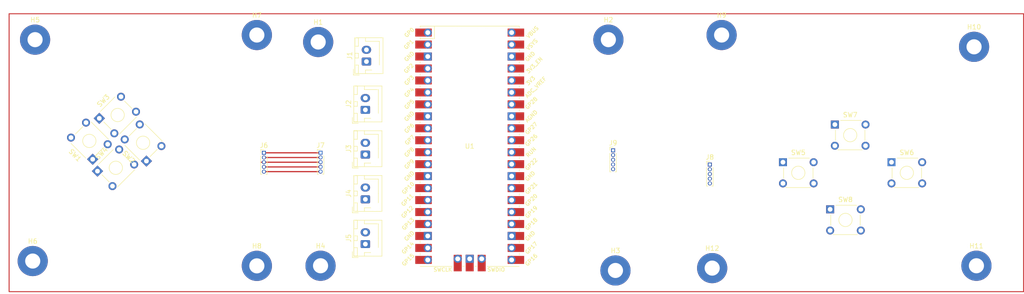
<source format=kicad_pcb>
(kicad_pcb (version 20221018) (generator pcbnew)
  (title_block (title "Pico Controller") (date "2023-09-23") (rev "0"))
  (layers (0 "F.Cu" signal) (31 "B.Cu" signal) (34 "B.Paste" user) (35 "F.Paste" user) (36 "B.SilkS" user "B.Silkscreen") (37 "F.SilkS" user "F.Silkscreen") (38 "B.Mask" user) (39 "F.Mask" user) (44 "Edge.Cuts" user))
  (net 0 "")
  (net 1 "B1")
  (net 2 "GND")
  (net 3 "B3")
  (net 4 "B4")
  (net 5 "I2C SDA")
  (net 6 "I2C SDL")
  (net 11 "D2")
  (net 12 "D3")
  (net 13 "D4")
  (net 14 "D5")
  (net 19 "D6")
  (net 20 "D7")
  (net 21 "D8")
  (net 35 "B2")
  (net 36 "D1")
  (footprint "MountingHole:MountingHole_3.2mm_M3_Pad" (layer "F.Cu") (at 112 121)
    (fp_text reference "H4" (at 0 -4.2) (layer "F.SilkS"))
    (fp_text value "MountingHole_Pad")
    (pad "1" thru_hole circle (at 0 0) (size 6.4 6.4) (drill 3.2) (layers "*.Cu" "*.Mask") (net 2 "GND"))
  )
  (footprint "Connector_JST:JST_XH_B2B-XH-AM_1x02_P2.50mm_Vertical" (layer "F.Cu") (at 121.5 106.9 90)
    (fp_text reference "J4" (at 1.25 -3.55 90) (layer "F.SilkS"))
    (fp_text value "Conn_01x02_Socket")
    (fp_line (start -2.85 -2.75) (end -2.85 -1.5) (stroke (width 0.12)) (layer "F.SilkS"))
    (fp_line (start -2.56 -2.46) (end -2.56 3.51) (stroke (width 0.12)) (layer "F.SilkS"))
    (fp_line (start -2.56 3.51) (end 5.06 3.51) (stroke (width 0.12)) (layer "F.SilkS"))
    (fp_line (start -2.55 -2.45) (end -2.55 -1.7) (stroke (width 0.12)) (layer "F.SilkS"))
    (fp_line (start -2.55 -1.7) (end -0.75 -1.7) (stroke (width 0.12)) (layer "F.SilkS"))
    (fp_line (start -2.55 -0.2) (end -1.8 -0.2) (stroke (width 0.12)) (layer "F.SilkS"))
    (fp_line (start -1.8 -0.2) (end -1.8 1.14) (stroke (width 0.12)) (layer "F.SilkS"))
    (fp_line (start -1.6 -2.75) (end -2.85 -2.75) (stroke (width 0.12)) (layer "F.SilkS"))
    (fp_line (start -0.75 -2.45) (end -2.55 -2.45) (stroke (width 0.12)) (layer "F.SilkS"))
    (fp_line (start -0.75 -1.7) (end -0.75 -2.45) (stroke (width 0.12)) (layer "F.SilkS"))
    (fp_line (start 0.75 -2.45) (end 0.75 -1.7) (stroke (width 0.12)) (layer "F.SilkS"))
    (fp_line (start 0.75 -1.7) (end 1.75 -1.7) (stroke (width 0.12)) (layer "F.SilkS"))
    (fp_line (start 1.25 2.75) (end -0.74 2.75) (stroke (width 0.12)) (layer "F.SilkS"))
    (fp_line (start 1.75 -2.45) (end 0.75 -2.45) (stroke (width 0.12)) (layer "F.SilkS"))
    (fp_line (start 1.75 -1.7) (end 1.75 -2.45) (stroke (width 0.12)) (layer "F.SilkS"))
    (fp_line (start 3.25 -2.45) (end 3.25 -1.7) (stroke (width 0.12)) (layer "F.SilkS"))
    (fp_line (start 3.25 -1.7) (end 5.05 -1.7) (stroke (width 0.12)) (layer "F.SilkS"))
    (fp_line (start 4.3 -0.2) (end 4.3 2.75) (stroke (width 0.12)) (layer "F.SilkS"))
    (fp_line (start 4.3 2.75) (end 1.25 2.75) (stroke (width 0.12)) (layer "F.SilkS"))
    (fp_line (start 5.05 -2.45) (end 3.25 -2.45) (stroke (width 0.12)) (layer "F.SilkS"))
    (fp_line (start 5.05 -1.7) (end 5.05 -2.45) (stroke (width 0.12)) (layer "F.SilkS"))
    (fp_line (start 5.05 -0.2) (end 4.3 -0.2) (stroke (width 0.12)) (layer "F.SilkS"))
    (fp_line (start 5.06 -2.46) (end -2.56 -2.46) (stroke (width 0.12)) (layer "F.SilkS"))
    (fp_line (start 5.06 3.51) (end 5.06 -2.46) (stroke (width 0.12)) (layer "F.SilkS"))
    (pad "" np_thru_hole circle (at -1.6 2 90) (size 1.2 1.2) (drill 1.2) (layers "*.Cu" "*.Mask"))
    (pad "1" thru_hole roundrect (at 0 0 90) (size 1.7 2) (drill 1) (layers "*.Cu" "*.Mask") (roundrect_rratio 0.147059) (net 4 "B4"))
    (pad "2" thru_hole oval (at 2.5 0 90) (size 1.7 2) (drill 1) (layers "*.Cu" "*.Mask") (net 2 "GND"))
  )
  (footprint "Button_Switch_THT:SW_TH_Tactile_Omron_B3F-10xx" (layer "F.Cu") (at 75.096194 98.778175 135)
    (fp_text reference "SW2" (at 3.25 -2.05 135) (layer "F.SilkS"))
    (fp_text value "SW_Push_Dual")
    (fp_line (start 0.13 3.4) (end 0.13 1.2) (stroke (width 0.12)) (layer "F.SilkS"))
    (fp_line (start 0.6 5.37) (end 5.8 5.37) (stroke (width 0.12)) (layer "F.SilkS"))
    (fp_line (start 1.2 -0.87) (end 5.6 -0.87) (stroke (width 0.12)) (layer "F.SilkS"))
    (fp_line (start 6.37 1.2) (end 6.37 3.4) (stroke (width 0.12)) (layer "F.SilkS"))
    (fp_circle (center 3.25 2.25) (end 4.25 3.25) (stroke (width 0.12)) (fill none) (layer "F.SilkS"))
    (pad "1" thru_hole rect (at 0 0 135) (size 1.7 1.7) (drill 1) (layers "*.Cu" "*.Mask") (net 11 "D2"))
    (pad "1" thru_hole circle (at 6.5 0 135) (size 1.7 1.7) (drill 1) (layers "*.Cu" "*.Mask") (net 11 "D2"))
    (pad "2" thru_hole circle (at 0 4.5 135) (size 1.7 1.7) (drill 1) (layers "*.Cu" "*.Mask") (net 2 "GND"))
    (pad "2" thru_hole circle (at 6.5 4.5 135) (size 1.7 1.7) (drill 1) (layers "*.Cu" "*.Mask") (net 2 "GND"))
  )
  (footprint "Connector_JST:JST_XH_B2B-XH-AM_1x02_P2.50mm_Vertical" (layer "F.Cu") (at 121.725 77.65 90)
    (fp_text reference "J1" (at 1.25 -3.55 90) (layer "F.SilkS"))
    (fp_text value "Conn_01x02_Socket")
    (fp_line (start -2.85 -2.75) (end -2.85 -1.5) (stroke (width 0.12)) (layer "F.SilkS"))
    (fp_line (start -2.56 -2.46) (end -2.56 3.51) (stroke (width 0.12)) (layer "F.SilkS"))
    (fp_line (start -2.56 3.51) (end 5.06 3.51) (stroke (width 0.12)) (layer "F.SilkS"))
    (fp_line (start -2.55 -2.45) (end -2.55 -1.7) (stroke (width 0.12)) (layer "F.SilkS"))
    (fp_line (start -2.55 -1.7) (end -0.75 -1.7) (stroke (width 0.12)) (layer "F.SilkS"))
    (fp_line (start -2.55 -0.2) (end -1.8 -0.2) (stroke (width 0.12)) (layer "F.SilkS"))
    (fp_line (start -1.8 -0.2) (end -1.8 1.14) (stroke (width 0.12)) (layer "F.SilkS"))
    (fp_line (start -1.6 -2.75) (end -2.85 -2.75) (stroke (width 0.12)) (layer "F.SilkS"))
    (fp_line (start -0.75 -2.45) (end -2.55 -2.45) (stroke (width 0.12)) (layer "F.SilkS"))
    (fp_line (start -0.75 -1.7) (end -0.75 -2.45) (stroke (width 0.12)) (layer "F.SilkS"))
    (fp_line (start 0.75 -2.45) (end 0.75 -1.7) (stroke (width 0.12)) (layer "F.SilkS"))
    (fp_line (start 0.75 -1.7) (end 1.75 -1.7) (stroke (width 0.12)) (layer "F.SilkS"))
    (fp_line (start 1.25 2.75) (end -0.74 2.75) (stroke (width 0.12)) (layer "F.SilkS"))
    (fp_line (start 1.75 -2.45) (end 0.75 -2.45) (stroke (width 0.12)) (layer "F.SilkS"))
    (fp_line (start 1.75 -1.7) (end 1.75 -2.45) (stroke (width 0.12)) (layer "F.SilkS"))
    (fp_line (start 3.25 -2.45) (end 3.25 -1.7) (stroke (width 0.12)) (layer "F.SilkS"))
    (fp_line (start 3.25 -1.7) (end 5.05 -1.7) (stroke (width 0.12)) (layer "F.SilkS"))
    (fp_line (start 4.3 -0.2) (end 4.3 2.75) (stroke (width 0.12)) (layer "F.SilkS"))
    (fp_line (start 4.3 2.75) (end 1.25 2.75) (stroke (width 0.12)) (layer "F.SilkS"))
    (fp_line (start 5.05 -2.45) (end 3.25 -2.45) (stroke (width 0.12)) (layer "F.SilkS"))
    (fp_line (start 5.05 -1.7) (end 5.05 -2.45) (stroke (width 0.12)) (layer "F.SilkS"))
    (fp_line (start 5.05 -0.2) (end 4.3 -0.2) (stroke (width 0.12)) (layer "F.SilkS"))
    (fp_line (start 5.06 -2.46) (end -2.56 -2.46) (stroke (width 0.12)) (layer "F.SilkS"))
    (fp_line (start 5.06 3.51) (end 5.06 -2.46) (stroke (width 0.12)) (layer "F.SilkS"))
    (pad "" np_thru_hole circle (at -1.6 2 90) (size 1.2 1.2) (drill 1.2) (layers "*.Cu" "*.Mask"))
    (pad "1" thru_hole roundrect (at 0 0 90) (size 1.7 2) (drill 1) (layers "*.Cu" "*.Mask") (roundrect_rratio 0.147059) (net 1 "B1"))
    (pad "2" thru_hole oval (at 2.5 0 90) (size 1.7 2) (drill 1) (layers "*.Cu" "*.Mask") (net 2 "GND"))
  )
  (footprint "Connector_PinHeader_1.00mm:PinHeader_1x05_P1.00mm_Vertical" (layer "F.Cu") (at 174 96.5)
    (fp_text reference "J9" (at 0 -1.56) (layer "F.SilkS"))
    (fp_text value "Conn_01x05_Socket")
    (fp_line (start -0.695 -0.685) (end 0 -0.685) (stroke (width 0.12)) (layer "F.SilkS"))
    (fp_line (start -0.695 0) (end -0.695 -0.685) (stroke (width 0.12)) (layer "F.SilkS"))
    (fp_line (start -0.695 0.685) (end -0.695 4.56) (stroke (width 0.12)) (layer "F.SilkS"))
    (fp_line (start -0.695 0.685) (end -0.608276 0.685) (stroke (width 0.12)) (layer "F.SilkS"))
    (fp_line (start -0.695 4.56) (end -0.394493 4.56) (stroke (width 0.12)) (layer "F.SilkS"))
    (fp_line (start 0.394493 4.56) (end 0.695 4.56) (stroke (width 0.12)) (layer "F.SilkS"))
    (fp_line (start 0.608276 0.685) (end 0.695 0.685) (stroke (width 0.12)) (layer "F.SilkS"))
    (fp_line (start 0.695 0.685) (end 0.695 4.56) (stroke (width 0.12)) (layer "F.SilkS"))
    (pad "1" thru_hole rect (at 0 0) (size 0.85 0.85) (drill 0.5) (layers "*.Cu" "*.Mask") (net 14 "D5"))
    (pad "2" thru_hole oval (at 0 1) (size 0.85 0.85) (drill 0.5) (layers "*.Cu" "*.Mask") (net 19 "D6"))
    (pad "3" thru_hole oval (at 0 2) (size 0.85 0.85) (drill 0.5) (layers "*.Cu" "*.Mask") (net 20 "D7"))
    (pad "4" thru_hole oval (at 0 3) (size 0.85 0.85) (drill 0.5) (layers "*.Cu" "*.Mask") (net 21 "D8"))
    (pad "5" thru_hole oval (at 0 4) (size 0.85 0.85) (drill 0.5) (layers "*.Cu" "*.Mask") (net 2 "GND"))
  )
  (footprint "Connector_PinHeader_1.00mm:PinHeader_1x05_P1.00mm_Vertical" (layer "F.Cu") (at 194.5 99.52)
    (fp_text reference "J8" (at 0 -1.56) (layer "F.SilkS"))
    (fp_text value "Conn_01x05_Socket")
    (fp_line (start -0.695 -0.685) (end 0 -0.685) (stroke (width 0.12)) (layer "F.SilkS"))
    (fp_line (start -0.695 0) (end -0.695 -0.685) (stroke (width 0.12)) (layer "F.SilkS"))
    (fp_line (start -0.695 0.685) (end -0.695 4.56) (stroke (width 0.12)) (layer "F.SilkS"))
    (fp_line (start -0.695 0.685) (end -0.608276 0.685) (stroke (width 0.12)) (layer "F.SilkS"))
    (fp_line (start -0.695 4.56) (end -0.394493 4.56) (stroke (width 0.12)) (layer "F.SilkS"))
    (fp_line (start 0.394493 4.56) (end 0.695 4.56) (stroke (width 0.12)) (layer "F.SilkS"))
    (fp_line (start 0.608276 0.685) (end 0.695 0.685) (stroke (width 0.12)) (layer "F.SilkS"))
    (fp_line (start 0.695 0.685) (end 0.695 4.56) (stroke (width 0.12)) (layer "F.SilkS"))
    (pad "1" thru_hole rect (at 0 0) (size 0.85 0.85) (drill 0.5) (layers "*.Cu" "*.Mask") (net 14 "D5"))
    (pad "2" thru_hole oval (at 0 1) (size 0.85 0.85) (drill 0.5) (layers "*.Cu" "*.Mask") (net 19 "D6"))
    (pad "3" thru_hole oval (at 0 2) (size 0.85 0.85) (drill 0.5) (layers "*.Cu" "*.Mask") (net 20 "D7"))
    (pad "4" thru_hole oval (at 0 3) (size 0.85 0.85) (drill 0.5) (layers "*.Cu" "*.Mask") (net 21 "D8"))
    (pad "5" thru_hole oval (at 0 4) (size 0.85 0.85) (drill 0.5) (layers "*.Cu" "*.Mask") (net 2 "GND"))
  )
  (footprint "Connector_PinHeader_1.00mm:PinHeader_1x05_P1.00mm_Vertical" (layer "F.Cu") (at 112 97)
    (fp_text reference "J7" (at 0 -1.56) (layer "F.SilkS"))
    (fp_text value "Conn_01x05_Socket")
    (fp_line (start -0.695 -0.685) (end 0 -0.685) (stroke (width 0.12)) (layer "F.SilkS"))
    (fp_line (start -0.695 0) (end -0.695 -0.685) (stroke (width 0.12)) (layer "F.SilkS"))
    (fp_line (start -0.695 0.685) (end -0.695 4.56) (stroke (width 0.12)) (layer "F.SilkS"))
    (fp_line (start -0.695 0.685) (end -0.608276 0.685) (stroke (width 0.12)) (layer "F.SilkS"))
    (fp_line (start -0.695 4.56) (end -0.394493 4.56) (stroke (width 0.12)) (layer "F.SilkS"))
    (fp_line (start 0.394493 4.56) (end 0.695 4.56) (stroke (width 0.12)) (layer "F.SilkS"))
    (fp_line (start 0.608276 0.685) (end 0.695 0.685) (stroke (width 0.12)) (layer "F.SilkS"))
    (fp_line (start 0.695 0.685) (end 0.695 4.56) (stroke (width 0.12)) (layer "F.SilkS"))
    (pad "1" thru_hole rect (at 0 0) (size 0.85 0.85) (drill 0.5) (layers "*.Cu" "*.Mask") (net 36 "D1"))
    (pad "2" thru_hole oval (at 0 1) (size 0.85 0.85) (drill 0.5) (layers "*.Cu" "*.Mask") (net 11 "D2"))
    (pad "3" thru_hole oval (at 0 2) (size 0.85 0.85) (drill 0.5) (layers "*.Cu" "*.Mask") (net 12 "D3"))
    (pad "4" thru_hole oval (at 0 3) (size 0.85 0.85) (drill 0.5) (layers "*.Cu" "*.Mask") (net 13 "D4"))
    (pad "5" thru_hole oval (at 0 4) (size 0.85 0.85) (drill 0.5) (layers "*.Cu" "*.Mask") (net 2 "GND"))
  )
  (footprint "Button_Switch_THT:SW_TH_Tactile_Omron_B3F-10xx" (layer "F.Cu") (at 64.721825 100.914214 45)
    (fp_text reference "SW4" (at 3.25 -2.05 45) (layer "F.SilkS"))
    (fp_text value "SW_Push_Dual")
    (fp_line (start 0.13 3.4) (end 0.13 1.2) (stroke (width 0.12)) (layer "F.SilkS"))
    (fp_line (start 0.6 5.37) (end 5.8 5.37) (stroke (width 0.12)) (layer "F.SilkS"))
    (fp_line (start 1.2 -0.87) (end 5.6 -0.87) (stroke (width 0.12)) (layer "F.SilkS"))
    (fp_line (start 6.37 1.2) (end 6.37 3.4) (stroke (width 0.12)) (layer "F.SilkS"))
    (fp_circle (center 3.25 2.25) (end 4.25 3.25) (stroke (width 0.12)) (fill none) (layer "F.SilkS"))
    (pad "1" thru_hole rect (at 0 0 45) (size 1.7 1.7) (drill 1) (layers "*.Cu" "*.Mask") (net 13 "D4"))
    (pad "1" thru_hole circle (at 6.5 0 45) (size 1.7 1.7) (drill 1) (layers "*.Cu" "*.Mask") (net 13 "D4"))
    (pad "2" thru_hole circle (at 0 4.5 45) (size 1.7 1.7) (drill 1) (layers "*.Cu" "*.Mask") (net 2 "GND"))
    (pad "2" thru_hole circle (at 6.5 4.5 45) (size 1.7 1.7) (drill 1) (layers "*.Cu" "*.Mask") (net 2 "GND"))
  )
  (footprint "Button_Switch_THT:SW_TH_Tactile_Omron_B3F-10xx" (layer "F.Cu") (at 233 99.02)
    (fp_text reference "SW6" (at 3.25 -2.05) (layer "F.SilkS"))
    (fp_text value "SW_Push_Dual")
    (fp_line (start 0.13 3.4) (end 0.13 1.2) (stroke (width 0.12)) (layer "F.SilkS"))
    (fp_line (start 0.6 5.37) (end 5.8 5.37) (stroke (width 0.12)) (layer "F.SilkS"))
    (fp_line (start 1.2 -0.87) (end 5.6 -0.87) (stroke (width 0.12)) (layer "F.SilkS"))
    (fp_line (start 6.37 1.2) (end 6.37 3.4) (stroke (width 0.12)) (layer "F.SilkS"))
    (fp_circle (center 3.25 2.25) (end 4.25 3.25) (stroke (width 0.12)) (fill none) (layer "F.SilkS"))
    (pad "1" thru_hole rect (at 0 0) (size 1.7 1.7) (drill 1) (layers "*.Cu" "*.Mask") (net 19 "D6"))
    (pad "1" thru_hole circle (at 6.5 0) (size 1.7 1.7) (drill 1) (layers "*.Cu" "*.Mask") (net 19 "D6"))
    (pad "2" thru_hole circle (at 0 4.5) (size 1.7 1.7) (drill 1) (layers "*.Cu" "*.Mask") (net 2 "GND"))
    (pad "2" thru_hole circle (at 6.5 4.5) (size 1.7 1.7) (drill 1) (layers "*.Cu" "*.Mask") (net 2 "GND"))
  )
  (footprint "MountingHole:MountingHole_3.2mm_M3_Pad" (layer "F.Cu") (at 98.5 72.02)
    (fp_text reference "H7" (at 0 -4.2) (layer "F.SilkS"))
    (fp_text value "MountingHole_Pad")
    (pad "1" thru_hole circle (at 0 0) (size 6.4 6.4) (drill 3.2) (layers "*.Cu" "*.Mask") (net 2 "GND"))
  )
  (footprint "Button_Switch_THT:SW_TH_Tactile_Omron_B3F-10xx" (layer "F.Cu") (at 65.110913 89.707107 45)
    (fp_text reference "SW3" (at 3.25 -2.05 45) (layer "F.SilkS"))
    (fp_text value "SW_Push_Dual")
    (fp_line (start 0.13 3.4) (end 0.13 1.2) (stroke (width 0.12)) (layer "F.SilkS"))
    (fp_line (start 0.6 5.37) (end 5.8 5.37) (stroke (width 0.12)) (layer "F.SilkS"))
    (fp_line (start 1.2 -0.87) (end 5.6 -0.87) (stroke (width 0.12)) (layer "F.SilkS"))
    (fp_line (start 6.37 1.2) (end 6.37 3.4) (stroke (width 0.12)) (layer "F.SilkS"))
    (fp_circle (center 3.25 2.25) (end 4.25 3.25) (stroke (width 0.12)) (fill none) (layer "F.SilkS"))
    (pad "1" thru_hole rect (at 0 0 45) (size 1.7 1.7) (drill 1) (layers "*.Cu" "*.Mask") (net 12 "D3"))
    (pad "1" thru_hole circle (at 6.5 0 45) (size 1.7 1.7) (drill 1) (layers "*.Cu" "*.Mask") (net 12 "D3"))
    (pad "2" thru_hole circle (at 0 4.5 45) (size 1.7 1.7) (drill 1) (layers "*.Cu" "*.Mask") (net 2 "GND"))
    (pad "2" thru_hole circle (at 6.5 4.5 45) (size 1.7 1.7) (drill 1) (layers "*.Cu" "*.Mask") (net 2 "GND"))
  )
  (footprint "MountingHole:MountingHole_3.2mm_M3_Pad" (layer "F.Cu") (at 195 121.5)
    (fp_text reference "H12" (at 0 -4.2) (layer "F.SilkS"))
    (fp_text value "MountingHole_Pad")
    (pad "1" thru_hole circle (at 0 0) (size 6.4 6.4) (drill 3.2) (layers "*.Cu" "*.Mask") (net 2 "GND"))
  )
  (footprint "MountingHole:MountingHole_3.2mm_M3_Pad" (layer "F.Cu") (at 111.5 73.5)
    (fp_text reference "H1" (at 0 -4.2) (layer "F.SilkS"))
    (fp_text value "MountingHole_Pad")
    (pad "1" thru_hole circle (at 0 0) (size 6.4 6.4) (drill 3.2) (layers "*.Cu" "*.Mask") (net 2 "GND"))
  )
  (footprint "MCU_RaspberryPi_and_Boards:RPi_Pico_SMD_TH" (layer "F.Cu") (at 143.61 95.63)
    (fp_text reference "U1" (at 0 0) (layer "F.SilkS"))
    (fp_text value "Pico")
    (fp_text user "GP6" (at -12.8 -3.81 45) (layer "F.SilkS") (effects (font (size 0.8 0.8))))
    (fp_text user "GP13" (at -13.054 16.51 45) (layer "F.SilkS") (effects (font (size 0.8 0.8))))
    (fp_text user "3V3_EN" (at 13.7 -17.2 45) (layer "F.SilkS") (effects (font (size 0.8 0.8))))
    (fp_text user "GND" (at 12.8 19.05 45) (layer "F.SilkS") (effects (font (size 0.8 0.8))))
    (fp_text user "GP9" (at -12.8 3.81 45) (layer "F.SilkS") (effects (font (size 0.8 0.8))))
    (fp_text user "GP10" (at -13.054 8.89 45) (layer "F.SilkS") (effects (font (size 0.8 0.8))))
    (fp_text user "GP12" (at -13.2 13.97 45) (layer "F.SilkS") (effects (font (size 0.8 0.8))))
    (fp_text user "GP3" (at -12.8 -13.97 45) (layer "F.SilkS") (effects (font (size 0.8 0.8))))
    (fp_text user "RUN" (at 13 1.27 45) (layer "F.SilkS") (effects (font (size 0.8 0.8))))
    (fp_text user "GP0" (at -12.8 -24.13 45) (layer "F.SilkS") (effects (font (size 0.8 0.8))))
    (fp_text user "GP2" (at -12.9 -16.51 45) (layer "F.SilkS") (effects (font (size 0.8 0.8))))
    (fp_text user "GND" (at -12.8 -19.05 45) (layer "F.SilkS") (effects (font (size 0.8 0.8))))
    (fp_text user "GP7" (at -12.7 -1.3 45) (layer "F.SilkS") (effects (font (size 0.8 0.8))))
    (fp_text user "GP1" (at -12.9 -21.6 45) (layer "F.SilkS") (effects (font (size 0.8 0.8))))
    (fp_text user "VSYS" (at 13.2 -21.59 45) (layer "F.SilkS") (effects (font (size 0.8 0.8))))
    (fp_text user "GND" (at 12.8 6.35 45) (layer "F.SilkS") (effects (font (size 0.8 0.8))))
    (fp_text user "GP5" (at -12.8 -8.89 45) (layer "F.SilkS") (effects (font (size 0.8 0.8))))
    (fp_text user "GND" (at 12.8 -19.05 45) (layer "F.SilkS") (effects (font (size 0.8 0.8))))
    (fp_text user "VBUS" (at 13.3 -24.2 45) (layer "F.SilkS") (effects (font (size 0.8 0.8))))
    (fp_text user "GP22" (at 13.054 3.81 45) (layer "F.SilkS") (effects (font (size 0.8 0.8))))
    (fp_text user "GND" (at -12.8 6.35 45) (layer "F.SilkS") (effects (font (size 0.8 0.8))))
    (fp_text user "GP18" (at 13.054 16.51 45) (layer "F.SilkS") (effects (font (size 0.8 0.8))))
    (fp_text user "GP21" (at 13.054 8.9 45) (layer "F.SilkS") (effects (font (size 0.8 0.8))))
    (fp_text user "GP8" (at -12.8 1.27 45) (layer "F.SilkS") (effects (font (size 0.8 0.8))))
    (fp_text user "GP19" (at 13.054 13.97 45) (layer "F.SilkS") (effects (font (size 0.8 0.8))))
    (fp_text user "GP26" (at 13.054 -1.27 45) (layer "F.SilkS") (effects (font (size 0.8 0.8))))
    (fp_text user "3V3" (at 12.9 -13.9 45) (layer "F.SilkS") (effects (font (size 0.8 0.8))))
    (fp_text user "AGND" (at 13.054 -6.35 45) (layer "F.SilkS") (effects (font (size 0.8 0.8))))
    (fp_text user "GP11" (at -13.2 11.43 45) (layer "F.SilkS") (effects (font (size 0.8 0.8))))
    (fp_text user "GND" (at -12.8 19.05 45) (layer "F.SilkS") (effects (font (size 0.8 0.8))))
    (fp_text user "SWCLK" (at -5.7 26.2) (layer "F.SilkS") (effects (font (size 0.8 0.8))))
    (fp_text user "GP4" (at -12.8 -11.43 45) (layer "F.SilkS") (effects (font (size 0.8 0.8))))
    (fp_text user "GP16" (at 13.054 24.13 45) (layer "F.SilkS") (effects (font (size 0.8 0.8))))
    (fp_text user "ADC_VREF" (at 14 -12.5 45) (layer "F.SilkS") (effects (font (size 0.8 0.8))))
    (fp_text user "GP27" (at 13.054 -3.8 45) (layer "F.SilkS") (effects (font (size 0.8 0.8))))
    (fp_text user "GP20" (at 13.054 11.43 45) (layer "F.SilkS") (effects (font (size 0.8 0.8))))
    (fp_text user "GP14" (at -13.1 21.59 45) (layer "F.SilkS") (effects (font (size 0.8 0.8))))
    (fp_text user "GP15" (at -13.054 24.13 45) (layer "F.SilkS") (effects (font (size 0.8 0.8))))
    (fp_text user "GP28" (at 13.054 -9.144 45) (layer "F.SilkS") (effects (font (size 0.8 0.8))))
    (fp_text user "SWDIO" (at 5.6 26.2) (layer "F.SilkS") (effects (font (size 0.8 0.8))))
    (fp_text user "GP17" (at 13.054 21.59 45) (layer "F.SilkS") (effects (font (size 0.8 0.8))))
    (fp_text user "GND" (at -12.8 -6.35 45) (layer "F.SilkS") (effects (font (size 0.8 0.8))))
    (fp_line (start -10.5 -25.5) (end -10.5 -25.2) (stroke (width 0.12)) (layer "F.SilkS"))
    (fp_line (start -10.5 -25.5) (end 10.5 -25.5) (stroke (width 0.12)) (layer "F.SilkS"))
    (fp_line (start -10.5 -23.1) (end -10.5 -22.7) (stroke (width 0.12)) (layer "F.SilkS"))
    (fp_line (start -10.5 -22.833) (end -7.493 -22.833) (stroke (width 0.12)) (layer "F.SilkS"))
    (fp_line (start -10.5 -20.5) (end -10.5 -20.1) (stroke (width 0.12)) (layer "F.SilkS"))
    (fp_line (start -10.5 -18) (end -10.5 -17.6) (stroke (width 0.12)) (layer "F.SilkS"))
    (fp_line (start -10.5 -15.4) (end -10.5 -15) (stroke (width 0.12)) (layer "F.SilkS"))
    (fp_line (start -10.5 -12.9) (end -10.5 -12.5) (stroke (width 0.12)) (layer "F.SilkS"))
    (fp_line (start -10.5 -10.4) (end -10.5 -10) (stroke (width 0.12)) (layer "F.SilkS"))
    (fp_line (start -10.5 -7.8) (end -10.5 -7.4) (stroke (width 0.12)) (layer "F.SilkS"))
    (fp_line (start -10.5 -5.3) (end -10.5 -4.9) (stroke (width 0.12)) (layer "F.SilkS"))
    (fp_line (start -10.5 -2.7) (end -10.5 -2.3) (stroke (width 0.12)) (layer "F.SilkS"))
    (fp_line (start -10.5 -0.2) (end -10.5 0.2) (stroke (width 0.12)) (layer "F.SilkS"))
    (fp_line (start -10.5 2.3) (end -10.5 2.7) (stroke (width 0.12)) (layer "F.SilkS"))
    (fp_line (start -10.5 4.9) (end -10.5 5.3) (stroke (width 0.12)) (layer "F.SilkS"))
    (fp_line (start -10.5 7.4) (end -10.5 7.8) (stroke (width 0.12)) (layer "F.SilkS"))
    (fp_line (start -10.5 10) (end -10.5 10.4) (stroke (width 0.12)) (layer "F.SilkS"))
    (fp_line (start -10.5 12.5) (end -10.5 12.9) (stroke (width 0.12)) (layer "F.SilkS"))
    (fp_line (start -10.5 15.1) (end -10.5 15.5) (stroke (width 0.12)) (layer "F.SilkS"))
    (fp_line (start -10.5 17.6) (end -10.5 18) (stroke (width 0.12)) (layer "F.SilkS"))
    (fp_line (start -10.5 20.1) (end -10.5 20.5) (stroke (width 0.12)) (layer "F.SilkS"))
    (fp_line (start -10.5 22.7) (end -10.5 23.1) (stroke (width 0.12)) (layer "F.SilkS"))
    (fp_line (start -7.493 -22.833) (end -7.493 -25.5) (stroke (width 0.12)) (layer "F.SilkS"))
    (fp_line (start -3.7 25.5) (end -10.5 25.5) (stroke (width 0.12)) (layer "F.SilkS"))
    (fp_line (start -1.5 25.5) (end -1.1 25.5) (stroke (width 0.12)) (layer "F.SilkS"))
    (fp_line (start 1.1 25.5) (end 1.5 25.5) (stroke (width 0.12)) (layer "F.SilkS"))
    (fp_line (start 10.5 -25.5) (end 10.5 -25.2) (stroke (width 0.12)) (layer "F.SilkS"))
    (fp_line (start 10.5 -23.1) (end 10.5 -22.7) (stroke (width 0.12)) (layer "F.SilkS"))
    (fp_line (start 10.5 -20.5) (end 10.5 -20.1) (stroke (width 0.12)) (layer "F.SilkS"))
    (fp_line (start 10.5 -18) (end 10.5 -17.6) (stroke (width 0.12)) (layer "F.SilkS"))
    (fp_line (start 10.5 -15.4) (end 10.5 -15) (stroke (width 0.12)) (layer "F.SilkS"))
    (fp_line (start 10.5 -12.9) (end 10.5 -12.5) (stroke (width 0.12)) (layer "F.SilkS"))
    (fp_line (start 10.5 -10.4) (end 10.5 -10) (stroke (width 0.12)) (layer "F.SilkS"))
    (fp_line (start 10.5 -7.8) (end 10.5 -7.4) (stroke (width 0.12)) (layer "F.SilkS"))
    (fp_line (start 10.5 -5.3) (end 10.5 -4.9) (stroke (width 0.12)) (layer "F.SilkS"))
    (fp_line (start 10.5 -2.7) (end 10.5 -2.3) (stroke (width 0.12)) (layer "F.SilkS"))
    (fp_line (start 10.5 -0.2) (end 10.5 0.2) (stroke (width 0.12)) (layer "F.SilkS"))
    (fp_line (start 10.5 2.3) (end 10.5 2.7) (stroke (width 0.12)) (layer "F.SilkS"))
    (fp_line (start 10.5 4.9) (end 10.5 5.3) (stroke (width 0.12)) (layer "F.SilkS"))
    (fp_line (start 10.5 7.4) (end 10.5 7.8) (stroke (width 0.12)) (layer "F.SilkS"))
    (fp_line (start 10.5 10) (end 10.5 10.4) (stroke (width 0.12)) (layer "F.SilkS"))
    (fp_line (start 10.5 12.5) (end 10.5 12.9) (stroke (width 0.12)) (layer "F.SilkS"))
    (fp_line (start 10.5 15.1) (end 10.5 15.5) (stroke (width 0.12)) (layer "F.SilkS"))
    (fp_line (start 10.5 17.6) (end 10.5 18) (stroke (width 0.12)) (layer "F.SilkS"))
    (fp_line (start 10.5 20.1) (end 10.5 20.5) (stroke (width 0.12)) (layer "F.SilkS"))
    (fp_line (start 10.5 22.7) (end 10.5 23.1) (stroke (width 0.12)) (layer "F.SilkS"))
    (fp_line (start 10.5 25.5) (end 3.7 25.5) (stroke (width 0.12)) (layer "F.SilkS"))
    (pad "" np_thru_hole oval (at -2.725 -24) (size 1.8 1.8) (drill 1.8) (layers "*.Cu" "*.Mask"))
    (pad "" np_thru_hole oval (at -2.425 -20.97) (size 1.5 1.5) (drill 1.5) (layers "*.Cu" "*.Mask"))
    (pad "" np_thru_hole oval (at 2.425 -20.97) (size 1.5 1.5) (drill 1.5) (layers "*.Cu" "*.Mask"))
    (pad "" np_thru_hole oval (at 2.725 -24) (size 1.8 1.8) (drill 1.8) (layers "*.Cu" "*.Mask"))
    (pad "1" thru_hole oval (at -8.89 -24.13) (size 1.7 1.7) (drill 1.02) (layers "*.Cu" "*.Mask") (net 6 "I2C SDL"))
    (pad "1" smd rect (at -8.89 -24.13) (size 3.5 1.7) (drill (offset -0.9 0)) (layers "F.Cu" "F.Mask") (net 6 "I2C SDL"))
    (pad "2" thru_hole oval (at -8.89 -21.59) (size 1.7 1.7) (drill 1.02) (layers "*.Cu" "*.Mask") (net 5 "I2C SDA"))
    (pad "2" smd rect (at -8.89 -21.59) (size 3.5 1.7) (drill (offset -0.9 0)) (layers "F.Cu" "F.Mask") (net 5 "I2C SDA"))
    (pad "3" thru_hole rect (at -8.89 -19.05) (size 1.7 1.7) (drill 1.02) (layers "*.Cu" "*.Mask") (net 2 "GND"))
    (pad "3" smd rect (at -8.89 -19.05) (size 3.5 1.7) (drill (offset -0.9 0)) (layers "F.Cu" "F.Mask") (net 2 "GND"))
    (pad "4" thru_hole oval (at -8.89 -16.51) (size 1.7 1.7) (drill 1.02) (layers "*.Cu" "*.Mask") (net 1 "B1"))
    (pad "4" smd rect (at -8.89 -16.51) (size 3.5 1.7) (drill (offset -0.9 0)) (layers "F.Cu" "F.Mask") (net 1 "B1"))
    (pad "5" thru_hole oval (at -8.89 -13.97) (size 1.7 1.7) (drill 1.02) (layers "*.Cu" "*.Mask") (net 35 "B2"))
    (pad "5" smd rect (at -8.89 -13.97) (size 3.5 1.7) (drill (offset -0.9 0)) (layers "F.Cu" "F.Mask") (net 35 "B2"))
    (pad "6" thru_hole oval (at -8.89 -11.43) (size 1.7 1.7) (drill 1.02) (layers "*.Cu" "*.Mask") (net 3 "B3"))
    (pad "6" smd rect (at -8.89 -11.43) (size 3.5 1.7) (drill (offset -0.9 0)) (layers "F.Cu" "F.Mask") (net 3 "B3"))
    (pad "7" thru_hole oval (at -8.89 -8.89) (size 1.7 1.7) (drill 1.02) (layers "*.Cu" "*.Mask") (net 4 "B4"))
    (pad "7" smd rect (at -8.89 -8.89) (size 3.5 1.7) (drill (offset -0.9 0)) (layers "F.Cu" "F.Mask") (net 4 "B4"))
    (pad "8" thru_hole rect (at -8.89 -6.35) (size 1.7 1.7) (drill 1.02) (layers "*.Cu" "*.Mask") (net 2 "GND"))
    (pad "8" smd rect (at -8.89 -6.35) (size 3.5 1.7) (drill (offset -0.9 0)) (layers "F.Cu" "F.Mask") (net 2 "GND"))
    (pad "9" thru_hole oval (at -8.89 -3.81) (size 1.7 1.7) (drill 1.02) (layers "*.Cu" "*.Mask"))
    (pad "9" smd rect (at -8.89 -3.81) (size 3.5 1.7) (drill (offset -0.9 0)) (layers "F.Cu" "F.Mask"))
    (pad "10" thru_hole oval (at -8.89 -1.27) (size 1.7 1.7) (drill 1.02) (layers "*.Cu" "*.Mask"))
    (pad "10" smd rect (at -8.89 -1.27) (size 3.5 1.7) (drill (offset -0.9 0)) (layers "F.Cu" "F.Mask"))
    (pad "11" thru_hole oval (at -8.89 1.27) (size 1.7 1.7) (drill 1.02) (layers "*.Cu" "*.Mask"))
    (pad "11" smd rect (at -8.89 1.27) (size 3.5 1.7) (drill (offset -0.9 0)) (layers "F.Cu" "F.Mask"))
    (pad "12" thru_hole oval (at -8.89 3.81) (size 1.7 1.7) (drill 1.02) (layers "*.Cu" "*.Mask"))
    (pad "12" smd rect (at -8.89 3.81) (size 3.5 1.7) (drill (offset -0.9 0)) (layers "F.Cu" "F.Mask"))
    (pad "13" thru_hole rect (at -8.89 6.35) (size 1.7 1.7) (drill 1.02) (layers "*.Cu" "*.Mask") (net 2 "GND"))
    (pad "13" smd rect (at -8.89 6.35) (size 3.5 1.7) (drill (offset -0.9 0)) (layers "F.Cu" "F.Mask") (net 2 "GND"))
    (pad "14" thru_hole oval (at -8.89 8.89) (size 1.7 1.7) (drill 1.02) (layers "*.Cu" "*.Mask") (net 36 "D1"))
    (pad "14" smd rect (at -8.89 8.89) (size 3.5 1.7) (drill (offset -0.9 0)) (layers "F.Cu" "F.Mask") (net 36 "D1"))
    (pad "15" thru_hole oval (at -8.89 11.43) (size 1.7 1.7) (drill 1.02) (layers "*.Cu" "*.Mask") (net 11 "D2"))
    (pad "15" smd rect (at -8.89 11.43) (size 3.5 1.7) (drill (offset -0.9 0)) (layers "F.Cu" "F.Mask") (net 11 "D2"))
    (pad "16" thru_hole oval (at -8.89 13.97) (size 1.7 1.7) (drill 1.02) (layers "*.Cu" "*.Mask") (net 12 "D3"))
    (pad "16" smd rect (at -8.89 13.97) (size 3.5 1.7) (drill (offset -0.9 0)) (layers "F.Cu" "F.Mask") (net 12 "D3"))
    (pad "17" thru_hole oval (at -8.89 16.51) (size 1.7 1.7) (drill 1.02) (layers "*.Cu" "*.Mask") (net 13 "D4"))
    (pad "17" smd rect (at -8.89 16.51) (size 3.5 1.7) (drill (offset -0.9 0)) (layers "F.Cu" "F.Mask") (net 13 "D4"))
    (pad "18" thru_hole rect (at -8.89 19.05) (size 1.7 1.7) (drill 1.02) (layers "*.Cu" "*.Mask") (net 2 "GND"))
    (pad "18" smd rect (at -8.89 19.05) (size 3.5 1.7) (drill (offset -0.9 0)) (layers "F.Cu" "F.Mask") (net 2 "GND"))
    (pad "19" thru_hole oval (at -8.89 21.59) (size 1.7 1.7) (drill 1.02) (layers "*.Cu" "*.Mask"))
    (pad "19" smd rect (at -8.89 21.59) (size 3.5 1.7) (drill (offset -0.9 0)) (layers "F.Cu" "F.Mask"))
    (pad "20" thru_hole oval (at -8.89 24.13) (size 1.7 1.7) (drill 1.02) (layers "*.Cu" "*.Mask"))
    (pad "20" smd rect (at -8.89 24.13) (size 3.5 1.7) (drill (offset -0.9 0)) (layers "F.Cu" "F.Mask"))
    (pad "21" thru_hole oval (at 8.89 24.13) (size 1.7 1.7) (drill 1.02) (layers "*.Cu" "*.Mask"))
    (pad "21" smd rect (at 8.89 24.13) (size 3.5 1.7) (drill (offset 0.9 0)) (layers "F.Cu" "F.Mask"))
    (pad "22" thru_hole oval (at 8.89 21.59) (size 1.7 1.7) (drill 1.02) (layers "*.Cu" "*.Mask"))
    (pad "22" smd rect (at 8.89 21.59) (size 3.5 1.7) (drill (offset 0.9 0)) (layers "F.Cu" "F.Mask"))
    (pad "23" thru_hole rect (at 8.89 19.05) (size 1.7 1.7) (drill 1.02) (layers "*.Cu" "*.Mask") (net 2 "GND"))
    (pad "23" smd rect (at 8.89 19.05) (size 3.5 1.7) (drill (offset 0.9 0)) (layers "F.Cu" "F.Mask") (net 2 "GND"))
    (pad "24" thru_hole oval (at 8.89 16.51) (size 1.7 1.7) (drill 1.02) (layers "*.Cu" "*.Mask") (net 21 "D8"))
    (pad "24" smd rect (at 8.89 16.51) (size 3.5 1.7) (drill (offset 0.9 0)) (layers "F.Cu" "F.Mask") (net 21 "D8"))
    (pad "25" thru_hole oval (at 8.89 13.97) (size 1.7 1.7) (drill 1.02) (layers "*.Cu" "*.Mask") (net 20 "D7"))
    (pad "25" smd rect (at 8.89 13.97) (size 3.5 1.7) (drill (offset 0.9 0)) (layers "F.Cu" "F.Mask") (net 20 "D7"))
    (pad "26" thru_hole oval (at 8.89 11.43) (size 1.7 1.7) (drill 1.02) (layers "*.Cu" "*.Mask") (net 19 "D6"))
    (pad "26" smd rect (at 8.89 11.43) (size 3.5 1.7) (drill (offset 0.9 0)) (layers "F.Cu" "F.Mask") (net 19 "D6"))
    (pad "27" thru_hole oval (at 8.89 8.89) (size 1.7 1.7) (drill 1.02) (layers "*.Cu" "*.Mask") (net 14 "D5"))
    (pad "27" smd rect (at 8.89 8.89) (size 3.5 1.7) (drill (offset 0.9 0)) (layers "F.Cu" "F.Mask") (net 14 "D5"))
    (pad "28" thru_hole rect (at 8.89 6.35) (size 1.7 1.7) (drill 1.02) (layers "*.Cu" "*.Mask") (net 2 "GND"))
    (pad "28" smd rect (at 8.89 6.35) (size 3.5 1.7) (drill (offset 0.9 0)) (layers "F.Cu" "F.Mask") (net 2 "GND"))
    (pad "29" thru_hole oval (at 8.89 3.81) (size 1.7 1.7) (drill 1.02) (layers "*.Cu" "*.Mask"))
    (pad "29" smd rect (at 8.89 3.81) (size 3.5 1.7) (drill (offset 0.9 0)) (layers "F.Cu" "F.Mask"))
    (pad "30" thru_hole oval (at 8.89 1.27) (size 1.7 1.7) (drill 1.02) (layers "*.Cu" "*.Mask"))
    (pad "30" smd rect (at 8.89 1.27) (size 3.5 1.7) (drill (offset 0.9 0)) (layers "F.Cu" "F.Mask"))
    (pad "31" thru_hole oval (at 8.89 -1.27) (size 1.7 1.7) (drill 1.02) (layers "*.Cu" "*.Mask"))
    (pad "31" smd rect (at 8.89 -1.27) (size 3.5 1.7) (drill (offset 0.9 0)) (layers "F.Cu" "F.Mask"))
    (pad "32" thru_hole oval (at 8.89 -3.81) (size 1.7 1.7) (drill 1.02) (layers "*.Cu" "*.Mask"))
    (pad "32" smd rect (at 8.89 -3.81) (size 3.5 1.7) (drill (offset 0.9 0)) (layers "F.Cu" "F.Mask"))
    (pad "33" thru_hole rect (at 8.89 -6.35) (size 1.7 1.7) (drill 1.02) (layers "*.Cu" "*.Mask"))
    (pad "33" smd rect (at 8.89 -6.35) (size 3.5 1.7) (drill (offset 0.9 0)) (layers "F.Cu" "F.Mask"))
    (pad "34" thru_hole oval (at 8.89 -8.89) (size 1.7 1.7) (drill 1.02) (layers "*.Cu" "*.Mask"))
    (pad "34" smd rect (at 8.89 -8.89) (size 3.5 1.7) (drill (offset 0.9 0)) (layers "F.Cu" "F.Mask"))
    (pad "35" thru_hole oval (at 8.89 -11.43) (size 1.7 1.7) (drill 1.02) (layers "*.Cu" "*.Mask"))
    (pad "35" smd rect (at 8.89 -11.43) (size 3.5 1.7) (drill (offset 0.9 0)) (layers "F.Cu" "F.Mask"))
    (pad "36" thru_hole oval (at 8.89 -13.97) (size 1.7 1.7) (drill 1.02) (layers "*.Cu" "*.Mask"))
    (pad "36" smd rect (at 8.89 -13.97) (size 3.5 1.7) (drill (offset 0.9 0)) (layers "F.Cu" "F.Mask"))
    (pad "37" thru_hole oval (at 8.89 -16.51) (size 1.7 1.7) (drill 1.02) (layers "*.Cu" "*.Mask"))
    (pad "37" smd rect (at 8.89 -16.51) (size 3.5 1.7) (drill (offset 0.9 0)) (layers "F.Cu" "F.Mask"))
    (pad "38" thru_hole rect (at 8.89 -19.05) (size 1.7 1.7) (drill 1.02) (layers "*.Cu" "*.Mask") (net 2 "GND"))
    (pad "38" smd rect (at 8.89 -19.05) (size 3.5 1.7) (drill (offset 0.9 0)) (layers "F.Cu" "F.Mask") (net 2 "GND"))
    (pad "39" thru_hole oval (at 8.89 -21.59) (size 1.7 1.7) (drill 1.02) (layers "*.Cu" "*.Mask"))
    (pad "39" smd rect (at 8.89 -21.59) (size 3.5 1.7) (drill (offset 0.9 0)) (layers "F.Cu" "F.Mask"))
    (pad "40" thru_hole oval (at 8.89 -24.13) (size 1.7 1.7) (drill 1.02) (layers "*.Cu" "*.Mask"))
    (pad "40" smd rect (at 8.89 -24.13) (size 3.5 1.7) (drill (offset 0.9 0)) (layers "F.Cu" "F.Mask"))
    (pad "41" thru_hole oval (at -2.54 23.9) (size 1.7 1.7) (drill 1.02) (layers "*.Cu" "*.Mask"))
    (pad "41" smd rect (at -2.54 23.9 90) (size 3.5 1.7) (drill (offset -0.9 0)) (layers "F.Cu" "F.Mask"))
    (pad "42" thru_hole rect (at 0 23.9) (size 1.7 1.7) (drill 1.02) (layers "*.Cu" "*.Mask"))
    (pad "42" smd rect (at 0 23.9 90) (size 3.5 1.7) (drill (offset -0.9 0)) (layers "F.Cu" "F.Mask"))
    (pad "43" thru_hole oval (at 2.54 23.9) (size 1.7 1.7) (drill 1.02) (layers "*.Cu" "*.Mask"))
    (pad "43" smd rect (at 2.54 23.9 90) (size 3.5 1.7) (drill (offset -0.9 0)) (layers "F.Cu" "F.Mask"))
  )
  (footprint "MountingHole:MountingHole_3.2mm_M3_Pad" (layer "F.Cu") (at 173 73)
    (fp_text reference "H2" (at 0 -4.2) (layer "F.SilkS"))
    (fp_text value "MountingHole_Pad")
    (pad "1" thru_hole circle (at 0 0) (size 6.4 6.4) (drill 3.2) (layers "*.Cu" "*.Mask") (net 2 "GND"))
  )
  (footprint "Button_Switch_THT:SW_TH_Tactile_Omron_B3F-10xx" (layer "F.Cu") (at 221 91.02)
    (fp_text reference "SW7" (at 3.25 -2.05) (layer "F.SilkS"))
    (fp_text value "SW_Push_Dual")
    (fp_line (start 0.13 3.4) (end 0.13 1.2) (stroke (width 0.12)) (layer "F.SilkS"))
    (fp_line (start 0.6 5.37) (end 5.8 5.37) (stroke (width 0.12)) (layer "F.SilkS"))
    (fp_line (start 1.2 -0.87) (end 5.6 -0.87) (stroke (width 0.12)) (layer "F.SilkS"))
    (fp_line (start 6.37 1.2) (end 6.37 3.4) (stroke (width 0.12)) (layer "F.SilkS"))
    (fp_circle (center 3.25 2.25) (end 4.25 3.25) (stroke (width 0.12)) (fill none) (layer "F.SilkS"))
    (pad "1" thru_hole rect (at 0 0) (size 1.7 1.7) (drill 1) (layers "*.Cu" "*.Mask") (net 20 "D7"))
    (pad "1" thru_hole circle (at 6.5 0) (size 1.7 1.7) (drill 1) (layers "*.Cu" "*.Mask") (net 20 "D7"))
    (pad "2" thru_hole circle (at 0 4.5) (size 1.7 1.7) (drill 1) (layers "*.Cu" "*.Mask") (net 2 "GND"))
    (pad "2" thru_hole circle (at 6.5 4.5) (size 1.7 1.7) (drill 1) (layers "*.Cu" "*.Mask") (net 2 "GND"))
  )
  (footprint "MountingHole:MountingHole_3.2mm_M3_Pad" (layer "F.Cu") (at 51.5 73)
    (fp_text reference "H5" (at 0 -4.2) (layer "F.SilkS"))
    (fp_text value "MountingHole_Pad")
    (pad "1" thru_hole circle (at 0 0) (size 6.4 6.4) (drill 3.2) (layers "*.Cu" "*.Mask") (net 2 "GND"))
  )
  (footprint "Button_Switch_THT:SW_TH_Tactile_Omron_B3F-10xx" (layer "F.Cu") (at 63.707107 98.389088 135)
    (fp_text reference "SW1" (at 3.25 -2.05 135) (layer "F.SilkS"))
    (fp_text value "SW_Push_Dual")
    (fp_line (start 0.13 3.4) (end 0.13 1.2) (stroke (width 0.12)) (layer "F.SilkS"))
    (fp_line (start 0.6 5.37) (end 5.8 5.37) (stroke (width 0.12)) (layer "F.SilkS"))
    (fp_line (start 1.2 -0.87) (end 5.6 -0.87) (stroke (width 0.12)) (layer "F.SilkS"))
    (fp_line (start 6.37 1.2) (end 6.37 3.4) (stroke (width 0.12)) (layer "F.SilkS"))
    (fp_circle (center 3.25 2.25) (end 4.25 3.25) (stroke (width 0.12)) (fill none) (layer "F.SilkS"))
    (pad "1" thru_hole rect (at 0 0 135) (size 1.7 1.7) (drill 1) (layers "*.Cu" "*.Mask") (net 36 "D1"))
    (pad "1" thru_hole circle (at 6.5 0 135) (size 1.7 1.7) (drill 1) (layers "*.Cu" "*.Mask") (net 36 "D1"))
    (pad "2" thru_hole circle (at 0 4.5 135) (size 1.7 1.7) (drill 1) (layers "*.Cu" "*.Mask") (net 2 "GND"))
    (pad "2" thru_hole circle (at 6.5 4.5 135) (size 1.7 1.7) (drill 1) (layers "*.Cu" "*.Mask") (net 2 "GND"))
  )
  (footprint "MountingHole:MountingHole_3.2mm_M3_Pad" (layer "F.Cu") (at 51 120)
    (fp_text reference "H6" (at 0 -4.2) (layer "F.SilkS"))
    (fp_text value "MountingHole_Pad")
    (pad "1" thru_hole circle (at 0 0) (size 6.4 6.4) (drill 3.2) (layers "*.Cu" "*.Mask") (net 2 "GND"))
  )
  (footprint "Connector_JST:JST_XH_B2B-XH-AM_1x02_P2.50mm_Vertical" (layer "F.Cu") (at 121.5 87.9 90)
    (fp_text reference "J2" (at 1.25 -3.55 90) (layer "F.SilkS"))
    (fp_text value "Conn_01x02_Socket")
    (fp_line (start -2.85 -2.75) (end -2.85 -1.5) (stroke (width 0.12)) (layer "F.SilkS"))
    (fp_line (start -2.56 -2.46) (end -2.56 3.51) (stroke (width 0.12)) (layer "F.SilkS"))
    (fp_line (start -2.56 3.51) (end 5.06 3.51) (stroke (width 0.12)) (layer "F.SilkS"))
    (fp_line (start -2.55 -2.45) (end -2.55 -1.7) (stroke (width 0.12)) (layer "F.SilkS"))
    (fp_line (start -2.55 -1.7) (end -0.75 -1.7) (stroke (width 0.12)) (layer "F.SilkS"))
    (fp_line (start -2.55 -0.2) (end -1.8 -0.2) (stroke (width 0.12)) (layer "F.SilkS"))
    (fp_line (start -1.8 -0.2) (end -1.8 1.14) (stroke (width 0.12)) (layer "F.SilkS"))
    (fp_line (start -1.6 -2.75) (end -2.85 -2.75) (stroke (width 0.12)) (layer "F.SilkS"))
    (fp_line (start -0.75 -2.45) (end -2.55 -2.45) (stroke (width 0.12)) (layer "F.SilkS"))
    (fp_line (start -0.75 -1.7) (end -0.75 -2.45) (stroke (width 0.12)) (layer "F.SilkS"))
    (fp_line (start 0.75 -2.45) (end 0.75 -1.7) (stroke (width 0.12)) (layer "F.SilkS"))
    (fp_line (start 0.75 -1.7) (end 1.75 -1.7) (stroke (width 0.12)) (layer "F.SilkS"))
    (fp_line (start 1.25 2.75) (end -0.74 2.75) (stroke (width 0.12)) (layer "F.SilkS"))
    (fp_line (start 1.75 -2.45) (end 0.75 -2.45) (stroke (width 0.12)) (layer "F.SilkS"))
    (fp_line (start 1.75 -1.7) (end 1.75 -2.45) (stroke (width 0.12)) (layer "F.SilkS"))
    (fp_line (start 3.25 -2.45) (end 3.25 -1.7) (stroke (width 0.12)) (layer "F.SilkS"))
    (fp_line (start 3.25 -1.7) (end 5.05 -1.7) (stroke (width 0.12)) (layer "F.SilkS"))
    (fp_line (start 4.3 -0.2) (end 4.3 2.75) (stroke (width 0.12)) (layer "F.SilkS"))
    (fp_line (start 4.3 2.75) (end 1.25 2.75) (stroke (width 0.12)) (layer "F.SilkS"))
    (fp_line (start 5.05 -2.45) (end 3.25 -2.45) (stroke (width 0.12)) (layer "F.SilkS"))
    (fp_line (start 5.05 -1.7) (end 5.05 -2.45) (stroke (width 0.12)) (layer "F.SilkS"))
    (fp_line (start 5.05 -0.2) (end 4.3 -0.2) (stroke (width 0.12)) (layer "F.SilkS"))
    (fp_line (start 5.06 -2.46) (end -2.56 -2.46) (stroke (width 0.12)) (layer "F.SilkS"))
    (fp_line (start 5.06 3.51) (end 5.06 -2.46) (stroke (width 0.12)) (layer "F.SilkS"))
    (pad "" np_thru_hole circle (at -1.6 2 90) (size 1.2 1.2) (drill 1.2) (layers "*.Cu" "*.Mask"))
    (pad "1" thru_hole roundrect (at 0 0 90) (size 1.7 2) (drill 1) (layers "*.Cu" "*.Mask") (roundrect_rratio 0.147059) (net 35 "B2"))
    (pad "2" thru_hole oval (at 2.5 0 90) (size 1.7 2) (drill 1) (layers "*.Cu" "*.Mask") (net 2 "GND"))
  )
  (footprint "Button_Switch_THT:SW_TH_Tactile_Omron_B3F-10xx" (layer "F.Cu") (at 210 99.02)
    (fp_text reference "SW5" (at 3.25 -2.05) (layer "F.SilkS"))
    (fp_text value "SW_Push_Dual")
    (fp_line (start 0.13 3.4) (end 0.13 1.2) (stroke (width 0.12)) (layer "F.SilkS"))
    (fp_line (start 0.6 5.37) (end 5.8 5.37) (stroke (width 0.12)) (layer "F.SilkS"))
    (fp_line (start 1.2 -0.87) (end 5.6 -0.87) (stroke (width 0.12)) (layer "F.SilkS"))
    (fp_line (start 6.37 1.2) (end 6.37 3.4) (stroke (width 0.12)) (layer "F.SilkS"))
    (fp_circle (center 3.25 2.25) (end 4.25 3.25) (stroke (width 0.12)) (fill none) (layer "F.SilkS"))
    (pad "1" thru_hole rect (at 0 0) (size 1.7 1.7) (drill 1) (layers "*.Cu" "*.Mask") (net 14 "D5"))
    (pad "1" thru_hole circle (at 6.5 0) (size 1.7 1.7) (drill 1) (layers "*.Cu" "*.Mask") (net 14 "D5"))
    (pad "2" thru_hole circle (at 0 4.5) (size 1.7 1.7) (drill 1) (layers "*.Cu" "*.Mask") (net 2 "GND"))
    (pad "2" thru_hole circle (at 6.5 4.5) (size 1.7 1.7) (drill 1) (layers "*.Cu" "*.Mask") (net 2 "GND"))
  )
  (footprint "Connector_JST:JST_XH_B2B-XH-AM_1x02_P2.50mm_Vertical" (layer "F.Cu") (at 121.5 116.4 90)
    (fp_text reference "J5" (at 1.25 -3.55 90) (layer "F.SilkS"))
    (fp_text value "Conn_01x02_Socket")
    (fp_line (start -2.85 -2.75) (end -2.85 -1.5) (stroke (width 0.12)) (layer "F.SilkS"))
    (fp_line (start -2.56 -2.46) (end -2.56 3.51) (stroke (width 0.12)) (layer "F.SilkS"))
    (fp_line (start -2.56 3.51) (end 5.06 3.51) (stroke (width 0.12)) (layer "F.SilkS"))
    (fp_line (start -2.55 -2.45) (end -2.55 -1.7) (stroke (width 0.12)) (layer "F.SilkS"))
    (fp_line (start -2.55 -1.7) (end -0.75 -1.7) (stroke (width 0.12)) (layer "F.SilkS"))
    (fp_line (start -2.55 -0.2) (end -1.8 -0.2) (stroke (width 0.12)) (layer "F.SilkS"))
    (fp_line (start -1.8 -0.2) (end -1.8 1.14) (stroke (width 0.12)) (layer "F.SilkS"))
    (fp_line (start -1.6 -2.75) (end -2.85 -2.75) (stroke (width 0.12)) (layer "F.SilkS"))
    (fp_line (start -0.75 -2.45) (end -2.55 -2.45) (stroke (width 0.12)) (layer "F.SilkS"))
    (fp_line (start -0.75 -1.7) (end -0.75 -2.45) (stroke (width 0.12)) (layer "F.SilkS"))
    (fp_line (start 0.75 -2.45) (end 0.75 -1.7) (stroke (width 0.12)) (layer "F.SilkS"))
    (fp_line (start 0.75 -1.7) (end 1.75 -1.7) (stroke (width 0.12)) (layer "F.SilkS"))
    (fp_line (start 1.25 2.75) (end -0.74 2.75) (stroke (width 0.12)) (layer "F.SilkS"))
    (fp_line (start 1.75 -2.45) (end 0.75 -2.45) (stroke (width 0.12)) (layer "F.SilkS"))
    (fp_line (start 1.75 -1.7) (end 1.75 -2.45) (stroke (width 0.12)) (layer "F.SilkS"))
    (fp_line (start 3.25 -2.45) (end 3.25 -1.7) (stroke (width 0.12)) (layer "F.SilkS"))
    (fp_line (start 3.25 -1.7) (end 5.05 -1.7) (stroke (width 0.12)) (layer "F.SilkS"))
    (fp_line (start 4.3 -0.2) (end 4.3 2.75) (stroke (width 0.12)) (layer "F.SilkS"))
    (fp_line (start 4.3 2.75) (end 1.25 2.75) (stroke (width 0.12)) (layer "F.SilkS"))
    (fp_line (start 5.05 -2.45) (end 3.25 -2.45) (stroke (width 0.12)) (layer "F.SilkS"))
    (fp_line (start 5.05 -1.7) (end 5.05 -2.45) (stroke (width 0.12)) (layer "F.SilkS"))
    (fp_line (start 5.05 -0.2) (end 4.3 -0.2) (stroke (width 0.12)) (layer "F.SilkS"))
    (fp_line (start 5.06 -2.46) (end -2.56 -2.46) (stroke (width 0.12)) (layer "F.SilkS"))
    (fp_line (start 5.06 3.51) (end 5.06 -2.46) (stroke (width 0.12)) (layer "F.SilkS"))
    (pad "" np_thru_hole circle (at -1.6 2 90) (size 1.2 1.2) (drill 1.2) (layers "*.Cu" "*.Mask"))
    (pad "1" thru_hole roundrect (at 0 0 90) (size 1.7 2) (drill 1) (layers "*.Cu" "*.Mask") (roundrect_rratio 0.147059) (net 5 "I2C SDA"))
    (pad "2" thru_hole oval (at 2.5 0 90) (size 1.7 2) (drill 1) (layers "*.Cu" "*.Mask") (net 6 "I2C SDL"))
  )
  (footprint "Button_Switch_THT:SW_TH_Tactile_Omron_B3F-10xx" (layer "F.Cu") (at 220 109.02)
    (fp_text reference "SW8" (at 3.25 -2.05) (layer "F.SilkS"))
    (fp_text value "SW_Push_Dual")
    (fp_line (start 0.13 3.4) (end 0.13 1.2) (stroke (width 0.12)) (layer "F.SilkS"))
    (fp_line (start 0.6 5.37) (end 5.8 5.37) (stroke (width 0.12)) (layer "F.SilkS"))
    (fp_line (start 1.2 -0.87) (end 5.6 -0.87) (stroke (width 0.12)) (layer "F.SilkS"))
    (fp_line (start 6.37 1.2) (end 6.37 3.4) (stroke (width 0.12)) (layer "F.SilkS"))
    (fp_circle (center 3.25 2.25) (end 4.25 3.25) (stroke (width 0.12)) (fill none) (layer "F.SilkS"))
    (pad "1" thru_hole rect (at 0 0) (size 1.7 1.7) (drill 1) (layers "*.Cu" "*.Mask") (net 21 "D8"))
    (pad "1" thru_hole circle (at 6.5 0) (size 1.7 1.7) (drill 1) (layers "*.Cu" "*.Mask") (net 21 "D8"))
    (pad "2" thru_hole circle (at 0 4.5) (size 1.7 1.7) (drill 1) (layers "*.Cu" "*.Mask") (net 2 "GND"))
    (pad "2" thru_hole circle (at 6.5 4.5) (size 1.7 1.7) (drill 1) (layers "*.Cu" "*.Mask") (net 2 "GND"))
  )
  (footprint "Connector_JST:JST_XH_B2B-XH-AM_1x02_P2.50mm_Vertical" (layer "F.Cu") (at 121.5 97.4 90)
    (fp_text reference "J3" (at 1.25 -3.55 90) (layer "F.SilkS"))
    (fp_text value "Conn_01x02_Socket")
    (fp_line (start -2.85 -2.75) (end -2.85 -1.5) (stroke (width 0.12)) (layer "F.SilkS"))
    (fp_line (start -2.56 -2.46) (end -2.56 3.51) (stroke (width 0.12)) (layer "F.SilkS"))
    (fp_line (start -2.56 3.51) (end 5.06 3.51) (stroke (width 0.12)) (layer "F.SilkS"))
    (fp_line (start -2.55 -2.45) (end -2.55 -1.7) (stroke (width 0.12)) (layer "F.SilkS"))
    (fp_line (start -2.55 -1.7) (end -0.75 -1.7) (stroke (width 0.12)) (layer "F.SilkS"))
    (fp_line (start -2.55 -0.2) (end -1.8 -0.2) (stroke (width 0.12)) (layer "F.SilkS"))
    (fp_line (start -1.8 -0.2) (end -1.8 1.14) (stroke (width 0.12)) (layer "F.SilkS"))
    (fp_line (start -1.6 -2.75) (end -2.85 -2.75) (stroke (width 0.12)) (layer "F.SilkS"))
    (fp_line (start -0.75 -2.45) (end -2.55 -2.45) (stroke (width 0.12)) (layer "F.SilkS"))
    (fp_line (start -0.75 -1.7) (end -0.75 -2.45) (stroke (width 0.12)) (layer "F.SilkS"))
    (fp_line (start 0.75 -2.45) (end 0.75 -1.7) (stroke (width 0.12)) (layer "F.SilkS"))
    (fp_line (start 0.75 -1.7) (end 1.75 -1.7) (stroke (width 0.12)) (layer "F.SilkS"))
    (fp_line (start 1.25 2.75) (end -0.74 2.75) (stroke (width 0.12)) (layer "F.SilkS"))
    (fp_line (start 1.75 -2.45) (end 0.75 -2.45) (stroke (width 0.12)) (layer "F.SilkS"))
    (fp_line (start 1.75 -1.7) (end 1.75 -2.45) (stroke (width 0.12)) (layer "F.SilkS"))
    (fp_line (start 3.25 -2.45) (end 3.25 -1.7) (stroke (width 0.12)) (layer "F.SilkS"))
    (fp_line (start 3.25 -1.7) (end 5.05 -1.7) (stroke (width 0.12)) (layer "F.SilkS"))
    (fp_line (start 4.3 -0.2) (end 4.3 2.75) (stroke (width 0.12)) (layer "F.SilkS"))
    (fp_line (start 4.3 2.75) (end 1.25 2.75) (stroke (width 0.12)) (layer "F.SilkS"))
    (fp_line (start 5.05 -2.45) (end 3.25 -2.45) (stroke (width 0.12)) (layer "F.SilkS"))
    (fp_line (start 5.05 -1.7) (end 5.05 -2.45) (stroke (width 0.12)) (layer "F.SilkS"))
    (fp_line (start 5.05 -0.2) (end 4.3 -0.2) (stroke (width 0.12)) (layer "F.SilkS"))
    (fp_line (start 5.06 -2.46) (end -2.56 -2.46) (stroke (width 0.12)) (layer "F.SilkS"))
    (fp_line (start 5.06 3.51) (end 5.06 -2.46) (stroke (width 0.12)) (layer "F.SilkS"))
    (pad "" np_thru_hole circle (at -1.6 2 90) (size 1.2 1.2) (drill 1.2) (layers "*.Cu" "*.Mask"))
    (pad "1" thru_hole roundrect (at 0 0 90) (size 1.7 2) (drill 1) (layers "*.Cu" "*.Mask") (roundrect_rratio 0.147059) (net 3 "B3"))
    (pad "2" thru_hole oval (at 2.5 0 90) (size 1.7 2) (drill 1) (layers "*.Cu" "*.Mask") (net 2 "GND"))
  )
  (footprint "MountingHole:MountingHole_3.2mm_M3_Pad" (layer "F.Cu") (at 98.5 121.02)
    (fp_text reference "H8" (at 0 -4.2) (layer "F.SilkS"))
    (fp_text value "MountingHole_Pad")
    (pad "1" thru_hole circle (at 0 0) (size 6.4 6.4) (drill 3.2) (layers "*.Cu" "*.Mask") (net 2 "GND"))
  )
  (footprint "Connector_PinHeader_1.00mm:PinHeader_1x05_P1.00mm_Vertical" (layer "F.Cu") (at 100 97.02)
    (fp_text reference "J6" (at 0 -1.56) (layer "F.SilkS"))
    (fp_text value "Conn_01x05_Socket")
    (fp_line (start -0.695 -0.685) (end 0 -0.685) (stroke (width 0.12)) (layer "F.SilkS"))
    (fp_line (start -0.695 0) (end -0.695 -0.685) (stroke (width 0.12)) (layer "F.SilkS"))
    (fp_line (start -0.695 0.685) (end -0.695 4.56) (stroke (width 0.12)) (layer "F.SilkS"))
    (fp_line (start -0.695 0.685) (end -0.608276 0.685) (stroke (width 0.12)) (layer "F.SilkS"))
    (fp_line (start -0.695 4.56) (end -0.394493 4.56) (stroke (width 0.12)) (layer "F.SilkS"))
    (fp_line (start 0.394493 4.56) (end 0.695 4.56) (stroke (width 0.12)) (layer "F.SilkS"))
    (fp_line (start 0.608276 0.685) (end 0.695 0.685) (stroke (width 0.12)) (layer "F.SilkS"))
    (fp_line (start 0.695 0.685) (end 0.695 4.56) (stroke (width 0.12)) (layer "F.SilkS"))
    (pad "1" thru_hole rect (at 0 0) (size 0.85 0.85) (drill 0.5) (layers "*.Cu" "*.Mask") (net 36 "D1"))
    (pad "2" thru_hole oval (at 0 1) (size 0.85 0.85) (drill 0.5) (layers "*.Cu" "*.Mask") (net 11 "D2"))
    (pad "3" thru_hole oval (at 0 2) (size 0.85 0.85) (drill 0.5) (layers "*.Cu" "*.Mask") (net 12 "D3"))
    (pad "4" thru_hole oval (at 0 3) (size 0.85 0.85) (drill 0.5) (layers "*.Cu" "*.Mask") (net 13 "D4"))
    (pad "5" thru_hole oval (at 0 4) (size 0.85 0.85) (drill 0.5) (layers "*.Cu" "*.Mask") (net 2 "GND"))
  )
  (footprint "MountingHole:MountingHole_3.2mm_M3_Pad" (layer "F.Cu") (at 197 72.02)
    (fp_text reference "H9" (at 0 -4.2) (layer "F.SilkS"))
    (fp_text value "MountingHole_Pad")
    (pad "1" thru_hole circle (at 0 0) (size 6.4 6.4) (drill 3.2) (layers "*.Cu" "*.Mask") (net 2 "GND"))
  )
  (footprint "MountingHole:MountingHole_3.2mm_M3_Pad" (layer "F.Cu") (at 174.5 122)
    (fp_text reference "H3" (at 0 -4.2) (layer "F.SilkS"))
    (fp_text value "MountingHole_Pad")
    (pad "1" thru_hole circle (at 0 0) (size 6.4 6.4) (drill 3.2) (layers "*.Cu" "*.Mask") (net 2 "GND"))
  )
  (footprint "MountingHole:MountingHole_3.2mm_M3_Pad" (layer "F.Cu") (at 251 121)
    (fp_text reference "H11" (at 0 -4.2) (layer "F.SilkS"))
    (fp_text value "MountingHole_Pad")
    (pad "1" thru_hole circle (at 0 0) (size 6.4 6.4) (drill 3.2) (layers "*.Cu" "*.Mask") (net 2 "GND"))
  )
  (footprint "MountingHole:MountingHole_3.2mm_M3_Pad" (layer "F.Cu") (at 250.5 74.52)
    (fp_text reference "H10" (at 0 -4.2) (layer "F.SilkS"))
    (fp_text value "MountingHole_Pad")
    (pad "1" thru_hole circle (at 0 0) (size 6.4 6.4) (drill 3.2) (layers "*.Cu" "*.Mask") (net 2 "GND"))
  )
  (gr_rect (start 46 67.5) (end 261 126.5) (stroke (width 0.2)) (fill none) (layer "F.Cu"))
  (segment (start 100 101.02) (end 111.98 101.02) (width 0.25) (layer "F.Cu") (net 2))
  (segment (start 111.98 101.02) (end 112 101) (width 0.25) (layer "F.Cu") (net 2))
  (segment (start 111.98 98.02) (end 112 98) (width 0.25) (layer "F.Cu") (net 11))
  (segment (start 100 98.02) (end 111.98 98.02) (width 0.25) (layer "F.Cu") (net 11))
  (segment (start 100 99.02) (end 99.39896 99.02) (width 0.25) (layer "F.Cu") (net 12))
  (segment (start 100 99.02) (end 111.98 99.02) (width 0.25) (layer "F.Cu") (net 12))
  (segment (start 111.98 99.02) (end 112 99) (width 0.25) (layer "F.Cu") (net 12))
  (segment (start 111.98 100.02) (end 112 100) (width 0.25) (layer "F.Cu") (net 13))
  (segment (start 99.939339 100.02) (end 100 100.02) (width 0.25) (layer "F.Cu") (net 13))
  (segment (start 100 100.02) (end 111.98 100.02) (width 0.25) (layer "F.Cu") (net 13))
  (segment (start 111.98 97.02) (end 112 97) (width 0.25) (layer "F.Cu") (net 36))
  (segment (start 100 97.02) (end 111.98 97.02) (width 0.25) (layer "F.Cu") (net 36))
)
</source>
